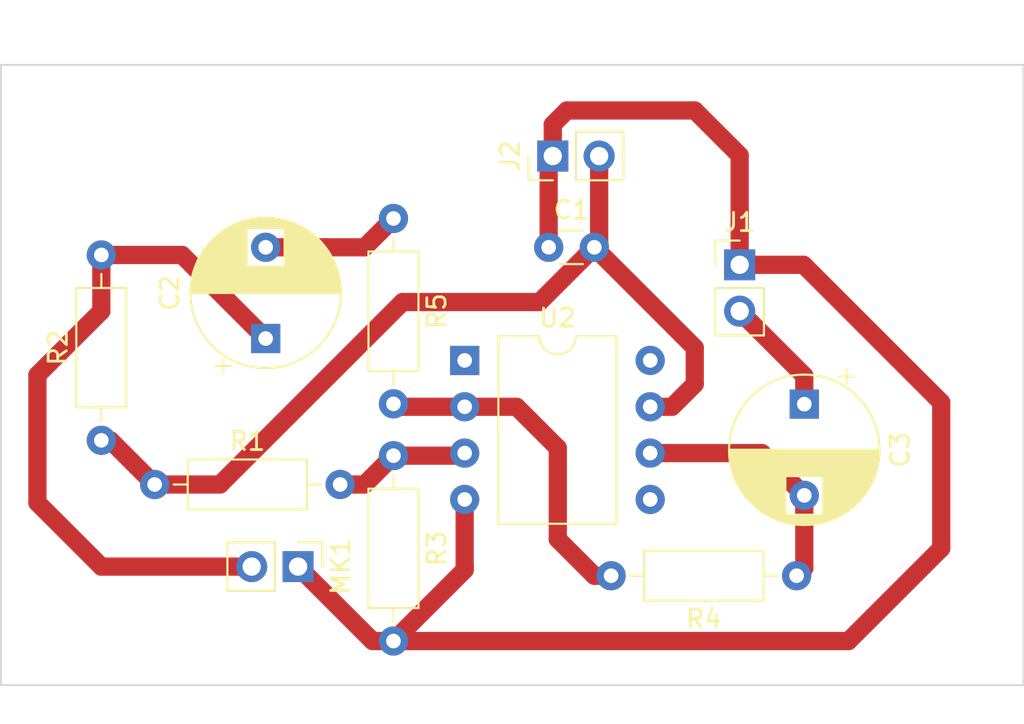
<source format=kicad_pcb>
(kicad_pcb (version 20240108) (generator "pcbnew") (generator_version "8.0")
  (title_block (title "Vulcan microphone") (date "2024-04-25") (rev "v01"))
  (layers (0 "F.Cu" signal) (31 "B.Cu" signal) (34 "B.Paste" user) (35 "F.Paste" user) (36 "B.SilkS" user "B.Silkscreen") (37 "F.SilkS" user "F.Silkscreen") (38 "B.Mask" user) (39 "F.Mask" user) (44 "Edge.Cuts" user))
  (net 0 "")
  (net 1 "GND")
  (net 2 "Net-(MK1-+)")
  (net 3 "Net-(C2-Pad2)")
  (net 4 "Net-(J1-Pin_2)")
  (net 5 "Net-(C3-Pad2)")
  (net 6 "Net-(R1-Pad2)")
  (net 7 "Net-(R4-Pad2)")
  (net 10 "+5V")
  (footprint "Resistor_THT:R_Axial_DIN0207_L6.3mm_D2.5mm_P10.16mm_Horizontal" (layer "F.Cu") (at 151.5 88.92 -90)
    (property "Reference" "R5" (at 5.08 -2.37 90) (layer "F.SilkS"))
    (property "Value" "1K")
    (fp_line (start 1.81 1.37) (end 8.35 1.37) (stroke (width 0.12)) (layer "F.SilkS"))
    (fp_line (start 8.35 1.37) (end 8.35 -1.37) (stroke (width 0.12)) (layer "F.SilkS"))
    (fp_line (start 1.04 0) (end 1.81 0) (stroke (width 0.12)) (layer "F.SilkS"))
    (fp_line (start 9.12 0) (end 8.35 0) (stroke (width 0.12)) (layer "F.SilkS"))
    (fp_line (start 1.81 -1.37) (end 1.81 1.37) (stroke (width 0.12)) (layer "F.SilkS"))
    (fp_line (start 8.35 -1.37) (end 1.81 -1.37) (stroke (width 0.12)) (layer "F.SilkS"))
    (pad "1" thru_hole circle (at 0 0 270) (size 1.6 1.6) (drill 0.8) (layers "*.Cu" "*.Mask") (net 3 "Net-(C2-Pad2)"))
    (pad "2" thru_hole oval (at 10.16 0 270) (size 1.6 1.6) (drill 0.8) (layers "*.Cu" "*.Mask") (net 7 "Net-(R4-Pad2)"))
  )
  (footprint "Connector_PinHeader_2.54mm:PinHeader_1x02_P2.54mm_Vertical" (layer "F.Cu") (at 146.275 108 -90)
    (property "Reference" "MK1" (at 0 -2.33 90) (layer "F.SilkS"))
    (property "Value" "Microphone_Condenser")
    (fp_line (start -1.33 3.87) (end 1.33 3.87) (stroke (width 0.12)) (layer "F.SilkS"))
    (fp_line (start -1.33 1.27) (end -1.33 3.87) (stroke (width 0.12)) (layer "F.SilkS"))
    (fp_line (start -1.33 1.27) (end 1.33 1.27) (stroke (width 0.12)) (layer "F.SilkS"))
    (fp_line (start 1.33 1.27) (end 1.33 3.87) (stroke (width 0.12)) (layer "F.SilkS"))
    (fp_line (start -1.33 0) (end -1.33 -1.33) (stroke (width 0.12)) (layer "F.SilkS"))
    (fp_line (start -1.33 -1.33) (end 0 -1.33) (stroke (width 0.12)) (layer "F.SilkS"))
    (pad "1" thru_hole rect (at 0 0 270) (size 1.7 1.7) (drill 1) (layers "*.Cu" "*.Mask") (net 1 "GND"))
    (pad "2" thru_hole oval (at 0 2.54 270) (size 1.7 1.7) (drill 1) (layers "*.Cu" "*.Mask") (net 2 "Net-(MK1-+)"))
  )
  (footprint "Connector_PinHeader_2.54mm:PinHeader_1x02_P2.54mm_Vertical" (layer "F.Cu") (at 170.46 91.46)
    (property "Reference" "J1" (at 0 -2.33 0) (layer "F.SilkS"))
    (property "Value" "Screw_Terminal_01x02")
    (fp_line (start -1.33 -1.33) (end 0 -1.33) (stroke (width 0.12)) (layer "F.SilkS"))
    (fp_line (start -1.33 0) (end -1.33 -1.33) (stroke (width 0.12)) (layer "F.SilkS"))
    (fp_line (start -1.33 1.27) (end -1.33 3.87) (stroke (width 0.12)) (layer "F.SilkS"))
    (fp_line (start -1.33 1.27) (end 1.33 1.27) (stroke (width 0.12)) (layer "F.SilkS"))
    (fp_line (start -1.33 3.87) (end 1.33 3.87) (stroke (width 0.12)) (layer "F.SilkS"))
    (fp_line (start 1.33 1.27) (end 1.33 3.87) (stroke (width 0.12)) (layer "F.SilkS"))
    (pad "1" thru_hole rect (at 0 0) (size 1.7 1.7) (drill 1) (layers "*.Cu" "*.Mask") (net 1 "GND"))
    (pad "2" thru_hole oval (at 0 2.54) (size 1.7 1.7) (drill 1) (layers "*.Cu" "*.Mask") (net 4 "Net-(J1-Pin_2)"))
  )
  (footprint "Capacitor_THT:CP_Radial_D8.0mm_P5.00mm" (layer "F.Cu") (at 144.5 95.5 90)
    (property "Reference" "C2" (at 2.5 -5.25 -90) (layer "F.SilkS"))
    (property "Value" "10uF")
    (fp_line (start 2.58 -4.08) (end 2.58 4.08) (stroke (width 0.12)) (layer "F.SilkS"))
    (fp_line (start 2.54 -4.08) (end 2.54 4.08) (stroke (width 0.12)) (layer "F.SilkS"))
    (fp_line (start 2.5 -4.08) (end 2.5 4.08) (stroke (width 0.12)) (layer "F.SilkS"))
    (fp_line (start 2.62 -4.079) (end 2.62 4.079) (stroke (width 0.12)) (layer "F.SilkS"))
    (fp_line (start 2.66 -4.077) (end 2.66 4.077) (stroke (width 0.12)) (layer "F.SilkS"))
    (fp_line (start 2.7 -4.076) (end 2.7 4.076) (stroke (width 0.12)) (layer "F.SilkS"))
    (fp_line (start 2.74 -4.074) (end 2.74 4.074) (stroke (width 0.12)) (layer "F.SilkS"))
    (fp_line (start 2.78 -4.071) (end 2.78 4.071) (stroke (width 0.12)) (layer "F.SilkS"))
    (fp_line (start 2.82 -4.068) (end 2.82 4.068) (stroke (width 0.12)) (layer "F.SilkS"))
    (fp_line (start 2.86 -4.065) (end 2.86 4.065) (stroke (width 0.12)) (layer "F.SilkS"))
    (fp_line (start 2.9 -4.061) (end 2.9 4.061) (stroke (width 0.12)) (layer "F.SilkS"))
    (fp_line (start 2.94 -4.057) (end 2.94 4.057) (stroke (width 0.12)) (layer "F.SilkS"))
    (fp_line (start 2.98 -4.052) (end 2.98 4.052) (stroke (width 0.12)) (layer "F.SilkS"))
    (fp_line (start 3.02 -4.048) (end 3.02 4.048) (stroke (width 0.12)) (layer "F.SilkS"))
    (fp_line (start 3.06 -4.042) (end 3.06 4.042) (stroke (width 0.12)) (layer "F.SilkS"))
    (fp_line (start 3.1 -4.037) (end 3.1 4.037) (stroke (width 0.12)) (layer "F.SilkS"))
    (fp_line (start 3.14 -4.03) (end 3.14 4.03) (stroke (width 0.12)) (layer "F.SilkS"))
    (fp_line (start 3.18 -4.024) (end 3.18 4.024) (stroke (width 0.12)) (layer "F.SilkS"))
    (fp_line (start 3.221 -4.017) (end 3.221 4.017) (stroke (width 0.12)) (layer "F.SilkS"))
    (fp_line (start 3.261 -4.01) (end 3.261 4.01) (stroke (width 0.12)) (layer "F.SilkS"))
    (fp_line (start 3.301 -4.002) (end 3.301 4.002) (stroke (width 0.12)) (layer "F.SilkS"))
    (fp_line (start 3.341 -3.994) (end 3.341 3.994) (stroke (width 0.12)) (layer "F.SilkS"))
    (fp_line (start 3.381 -3.985) (end 3.381 3.985) (stroke (width 0.12)) (layer "F.SilkS"))
    (fp_line (start 3.421 -3.976) (end 3.421 3.976) (stroke (width 0.12)) (layer "F.SilkS"))
    (fp_line (start 3.461 -3.967) (end 3.461 3.967) (stroke (width 0.12)) (layer "F.SilkS"))
    (fp_line (start 3.501 -3.957) (end 3.501 3.957) (stroke (width 0.12)) (layer "F.SilkS"))
    (fp_line (start 3.541 -3.947) (end 3.541 3.947) (stroke (width 0.12)) (layer "F.SilkS"))
    (fp_line (start 3.581 -3.936) (end 3.581 3.936) (stroke (width 0.12)) (layer "F.SilkS"))
    (fp_line (start 3.621 -3.925) (end 3.621 3.925) (stroke (width 0.12)) (layer "F.SilkS"))
    (fp_line (start 3.661 -3.914) (end 3.661 3.914) (stroke (width 0.12)) (layer "F.SilkS"))
    (fp_line (start 3.701 -3.902) (end 3.701 3.902) (stroke (width 0.12)) (layer "F.SilkS"))
    (fp_line (start 3.741 -3.889) (end 3.741 3.889) (stroke (width 0.12)) (layer "F.SilkS"))
    (fp_line (start 3.781 -3.877) (end 3.781 3.877) (stroke (width 0.12)) (layer "F.SilkS"))
    (fp_line (start 3.821 -3.863) (end 3.821 3.863) (stroke (width 0.12)) (layer "F.SilkS"))
    (fp_line (start 3.861 -3.85) (end 3.861 3.85) (stroke (width 0.12)) (layer "F.SilkS"))
    (fp_line (start 3.901 -3.835) (end 3.901 3.835) (stroke (width 0.12)) (layer "F.SilkS"))
    (fp_line (start 3.941 -3.821) (end 3.941 3.821) (stroke (width 0.12)) (layer "F.SilkS"))
    (fp_line (start 3.981 -3.805) (end 3.981 -1.04) (stroke (width 0.12)) (layer "F.SilkS"))
    (fp_line (start 4.021 -3.79) (end 4.021 -1.04) (stroke (width 0.12)) (layer "F.SilkS"))
    (fp_line (start 4.061 -3.774) (end 4.061 -1.04) (stroke (width 0.12)) (layer "F.SilkS"))
    (fp_line (start 4.101 -3.757) (end 4.101 -1.04) (stroke (width 0.12)) (layer "F.SilkS"))
    (fp_line (start 4.141 -3.74) (end 4.141 -1.04) (stroke (width 0.12)) (layer "F.SilkS"))
    (fp_line (start 4.181 -3.722) (end 4.181 -1.04) (stroke (width 0.12)) (layer "F.SilkS"))
    (fp_line (start 4.221 -3.704) (end 4.221 -1.04) (stroke (width 0.12)) (layer "F.SilkS"))
    (fp_line (start 4.261 -3.686) (end 4.261 -1.04) (stroke (width 0.12)) (layer "F.SilkS"))
    (fp_line (start 4.301 -3.666) (end 4.301 -1.04) (stroke (width 0.12)) (layer "F.SilkS"))
    (fp_line (start 4.341 -3.647) (end 4.341 -1.04) (stroke (width 0.12)) (layer "F.SilkS"))
    (fp_line (start 4.381 -3.627) (end 4.381 -1.04) (stroke (width 0.12)) (layer "F.SilkS"))
    (fp_line (start 4.421 -3.606) (end 4.421 -1.04) (stroke (width 0.12)) (layer "F.SilkS"))
    (fp_line (start 4.461 -3.584) (end 4.461 -1.04) (stroke (width 0.12)) (layer "F.SilkS"))
    (fp_line (start 4.501 -3.562) (end 4.501 -1.04) (stroke (width 0.12)) (layer "F.SilkS"))
    (fp_line (start 4.541 -3.54) (end 4.541 -1.04) (stroke (width 0.12)) (layer "F.SilkS"))
    (fp_line (start 4.581 -3.517) (end 4.581 -1.04) (stroke (width 0.12)) (layer "F.SilkS"))
    (fp_line (start 4.621 -3.493) (end 4.621 -1.04) (stroke (width 0.12)) (layer "F.SilkS"))
    (fp_line (start 4.661 -3.469) (end 4.661 -1.04) (stroke (width 0.12)) (layer "F.SilkS"))
    (fp_line (start 4.701 -3.444) (end 4.701 -1.04) (stroke (width 0.12)) (layer "F.SilkS"))
    (fp_line (start 4.741 -3.418) (end 4.741 -1.04) (stroke (width 0.12)) (layer "F.SilkS"))
    (fp_line (start 4.781 -3.392) (end 4.781 -1.04) (stroke (width 0.12)) (layer "F.SilkS"))
    (fp_line (start 4.821 -3.365) (end 4.821 -1.04) (stroke (width 0.12)) (layer "F.SilkS"))
    (fp_line (start 4.861 -3.338) (end 4.861 -1.04) (stroke (width 0.12)) (layer "F.SilkS"))
    (fp_line (start 4.901 -3.309) (end 4.901 -1.04) (stroke (width 0.12)) (layer "F.SilkS"))
    (fp_line (start 4.941 -3.28) (end 4.941 -1.04) (stroke (width 0.12)) (layer "F.SilkS"))
    (fp_line (start 4.981 -3.25) (end 4.981 -1.04) (stroke (width 0.12)) (layer "F.SilkS"))
    (fp_line (start 5.021 -3.22) (end 5.021 -1.04) (stroke (width 0.12)) (layer "F.SilkS"))
    (fp_line (start 5.061 -3.189) (end 5.061 -1.04) (stroke (width 0.12)) (layer "F.SilkS"))
    (fp_line (start 5.101 -3.156) (end 5.101 -1.04) (stroke (width 0.12)) (layer "F.SilkS"))
    (fp_line (start 5.141 -3.124) (end 5.141 -1.04) (stroke (width 0.12)) (layer "F.SilkS"))
    (fp_line (start 5.181 -3.09) (end 5.181 -1.04) (stroke (width 0.12)) (layer "F.SilkS"))
    (fp_line (start 5.221 -3.055) (end 5.221 -1.04) (stroke (width 0.12)) (layer "F.SilkS"))
    (fp_line (start 5.261 -3.019) (end 5.261 -1.04) (stroke (width 0.12)) (layer "F.SilkS"))
    (fp_line (start 5.301 -2.983) (end 5.301 -1.04) (stroke (width 0.12)) (layer "F.SilkS"))
    (fp_line (start 5.341 -2.945) (end 5.341 -1.04) (stroke (width 0.12)) (layer "F.SilkS"))
    (fp_line (start 5.381 -2.907) (end 5.381 -1.04) (stroke (width 0.12)) (layer "F.SilkS"))
    (fp_line (start 5.421 -2.867) (end 5.421 -1.04) (stroke (width 0.12)) (layer "F.SilkS"))
    (fp_line (start 5.461 -2.826) (end 5.461 -1.04) (stroke (width 0.12)) (layer "F.SilkS"))
    (fp_line (start 5.501 -2.784) (end 5.501 -1.04) (stroke (width 0.12)) (layer "F.SilkS"))
    (fp_line (start 5.541 -2.741) (end 5.541 -1.04) (stroke (width 0.12)) (layer "F.SilkS"))
    (fp_line (start -1.509698 -2.715) (end -1.509698 -1.915) (stroke (width 0.12)) (layer "F.SilkS"))
    (fp_line (start 5.581 -2.697) (end 5.581 -1.04) (stroke (width 0.12)) (layer "F.SilkS"))
    (fp_line (start 5.621 -2.651) (end 5.621 -1.04) (stroke (width 0.12)) (layer "F.SilkS"))
    (fp_line (start 5.661 -2.604) (end 5.661 -1.04) (stroke (width 0.12)) (layer "F.SilkS"))
    (fp_line (start 5.701 -2.556) (end 5.701 -1.04) (stroke (width 0.12)) (layer "F.SilkS"))
    (fp_line (start 5.741 -2.505) (end 5.741 -1.04) (stroke (width 0.12)) (layer "F.SilkS"))
    (fp_line (start 5.781 -2.454) (end 5.781 -1.04) (stroke (width 0.12)) (layer "F.SilkS"))
    (fp_line (start 5.821 -2.4) (end 5.821 -1.04) (stroke (width 0.12)) (layer "F.SilkS"))
    (fp_line (start 5.861 -2.345) (end 5.861 -1.04) (stroke (width 0.12)) (layer "F.SilkS"))
    (fp_line (start -1.909698 -2.315) (end -1.109698 -2.315) (stroke (width 0.12)) (layer "F.SilkS"))
    (fp_line (start 5.901 -2.287) (end 5.901 -1.04) (stroke (width 0.12)) (layer "F.SilkS"))
    (fp_line (start 5.941 -2.228) (end 5.941 -1.04) (stroke (width 0.12)) (layer "F.SilkS"))
    (fp_line (start 5.981 -2.166) (end 5.981 -1.04) (stroke (width 0.12)) (layer "F.SilkS"))
    (fp_line (start 6.021 -2.102) (end 6.021 -1.04) (stroke (width 0.12)) (layer "F.SilkS"))
    (fp_line (start 6.061 -2.034) (end 6.061 2.034) (stroke (width 0.12)) (layer "F.SilkS"))
    (fp_line (start 6.101 -1.964) (end 6.101 1.964) (stroke (width 0.12)) (layer "F.SilkS"))
    (fp_line (start 6.141 -1.89) (end 6.141 1.89) (stroke (width 0.12)) (layer "F.SilkS"))
    (fp_line (start 6.181 -1.813) (end 6.181 1.813) (stroke (width 0.12)) (layer "F.SilkS"))
    (fp_line (start 6.221 -1.731) (end 6.221 1.731) (stroke (width 0.12)) (layer "F.SilkS"))
    (fp_line (start 6.261 -1.645) (end 6.261 1.645) (stroke (width 0.12)) (layer "F.SilkS"))
    (fp_line (start 6.301 -1.552) (end 6.301 1.552) (stroke (width 0.12)) (layer "F.SilkS"))
    (fp_line (start 6.341 -1.453) (end 6.341 1.453) (stroke (width 0.12)) (layer "F.SilkS"))
    (fp_line (start 6.381 -1.346) (end 6.381 1.346) (stroke (width 0.12)) (layer "F.SilkS"))
    (fp_line (start 6.421 -1.229) (end 6.421 1.229) (stroke (width 0.12)) (layer "F.SilkS"))
    (fp_line (start 6.461 -1.098) (end 6.461 1.098) (stroke (width 0.12)) (layer "F.SilkS"))
    (fp_line (start 6.501 -0.948) (end 6.501 0.948) (stroke (width 0.12)) (layer "F.SilkS"))
    (fp_line (start 6.541 -0.768) (end 6.541 0.768) (stroke (width 0.12)) (layer "F.SilkS"))
    (fp_line (start 6.581 -0.533) (end 6.581 0.533) (stroke (width 0.12)) (layer "F.SilkS"))
    (fp_line (start 6.021 1.04) (end 6.021 2.102) (stroke (width 0.12)) (layer "F.SilkS"))
    (fp_line (start 5.981 1.04) (end 5.981 2.166) (stroke (width 0.12)) (layer "F.SilkS"))
    (fp_line (start 5.941 1.04) (end 5.941 2.228) (stroke (width 0.12)) (layer "F.SilkS"))
    (fp_line (start 5.901 1.04) (end 5.901 2.287) (stroke (width 0.12)) (layer "F.SilkS"))
    (fp_line (start 5.861 1.04) (end 5.861 2.345) (stroke (width 0.12)) (layer "F.SilkS"))
    (fp_line (start 5.821 1.04) (end 5.821 2.4) (stroke (width 0.12)) (layer "F.SilkS"))
    (fp_line (start 5.781 1.04) (end 5.781 2.454) (stroke (width 0.12)) (layer "F.SilkS"))
    (fp_line (start 5.741 1.04) (end 5.741 2.505) (stroke (width 0.12)) (layer "F.SilkS"))
    (fp_line (start 5.701 1.04) (end 5.701 2.556) (stroke (width 0.12)) (layer "F.SilkS"))
    (fp_line (start 5.661 1.04) (end 5.661 2.604) (stroke (width 0.12)) (layer "F.SilkS"))
    (fp_line (start 5.621 1.04) (end 5.621 2.651) (stroke (width 0.12)) (layer "F.SilkS"))
    (fp_line (start 5.581 1.04) (end 5.581 2.697) (stroke (width 0.12)) (layer "F.SilkS"))
    (fp_line (start 5.541 1.04) (end 5.541 2.741) (stroke (width 0.12)) (layer "F.SilkS"))
    (fp_line (start 5.501 1.04) (end 5.501 2.784) (stroke (width 0.12)) (layer "F.SilkS"))
    (fp_line (start 5.461 1.04) (end 5.461 2.826) (stroke (width 0.12)) (layer "F.SilkS"))
    (fp_line (start 5.421 1.04) (end 5.421 2.867) (stroke (width 0.12)) (layer "F.SilkS"))
    (fp_line (start 5.381 1.04) (end 5.381 2.907) (stroke (width 0.12)) (layer "F.SilkS"))
    (fp_line (start 5.341 1.04) (end 5.341 2.945) (stroke (width 0.12)) (layer "F.SilkS"))
    (fp_line (start 5.301 1.04) (end 5.301 2.983) (stroke (width 0.12)) (layer "F.SilkS"))
    (fp_line (start 5.261 1.04) (end 5.261 3.019) (stroke (width 0.12)) (layer "F.SilkS"))
    (fp_line (start 5.221 1.04) (end 5.221 3.055) (stroke (width 0.12)) (layer "F.SilkS"))
    (fp_line (start 5.181 1.04) (end 5.181 3.09) (stroke (width 0.12)) (layer "F.SilkS"))
    (fp_line (start 5.141 1.04) (end 5.141 3.124) (stroke (width 0.12)) (layer "F.SilkS"))
    (fp_line (start 5.101 1.04) (end 5.101 3.156) (stroke (width 0.12)) (layer "F.SilkS"))
    (fp_line (start 5.061 1.04) (end 5.061 3.189) (stroke (width 0.12)) (layer "F.SilkS"))
    (fp_line (start 5.021 1.04) (end 5.021 3.22) (stroke (width 0.12)) (layer "F.SilkS"))
    (fp_line (start 4.981 1.04) (end 4.981 3.25) (stroke (width 0.12)) (layer "F.SilkS"))
    (fp_line (start 4.941 1.04) (end 4.941 3.28) (stroke (width 0.12)) (layer "F.SilkS"))
    (fp_line (start 4.901 1.04) (end 4.901 3.309) (stroke (width 0.12)) (layer "F.SilkS"))
    (fp_line (start 4.861 1.04) (end 4.861 3.338) (stroke (width 0.12)) (layer "F.SilkS"))
    (fp_line (start 4.821 1.04) (end 4.821 3.365) (stroke (width 0.12)) (layer "F.SilkS"))
    (fp_line (start 4.781 1.04) (end 4.781 3.392) (stroke (width 0.12)) (layer "F.SilkS"))
    (fp_line (start 4.741 1.04) (end 4.741 3.418) (stroke (width 0.12)) (layer "F.SilkS"))
    (fp_line (start 4.701 1.04) (end 4.701 3.444) (stroke (width 0.12)) (layer "F.SilkS"))
    (fp_line (start 4.661 1.04) (end 4.661 3.469) (stroke (width 0.12)) (layer "F.SilkS"))
    (fp_line (start 4.621 1.04) (end 4.621 3.493) (stroke (width 0.12)) (layer "F.SilkS"))
    (fp_line (start 4.581 1.04) (end 4.581 3.517) (stroke (width 0.12)) (layer "F.SilkS"))
    (fp_line (start 4.541 1.04) (end 4.541 3.54) (stroke (width 0.12)) (layer "F.SilkS"))
    (fp_line (start 4.501 1.04) (end 4.501 3.562) (stroke (width 0.12)) (layer "F.SilkS"))
    (fp_line (start 4.461 1.04) (end 4.461 3.584) (stroke (width 0.12)) (layer "F.SilkS"))
    (fp_line (start 4.421 1.04) (end 4.421 3.606) (stroke (width 0.12)) (layer "F.SilkS"))
    (fp_line (start 4.381 1.04) (end 4.381 3.627) (stroke (width 0.12)) (layer "F.SilkS"))
    (fp_line (start 4.341 1.04) (end 4.341 3.647) (stroke (width 0.12)) (layer "F.SilkS"))
    (fp_line (start 4.301 1.04) (end 4.301 3.666) (stroke (width 0.12)) (layer "F.SilkS"))
    (fp_line (start 4.261 1.04) (end 4.261 3.686) (stroke (width 0.12)) (layer "F.SilkS"))
    (fp_line (start 4.221 1.04) (end 4.221 3.704) (stroke (width 0.12)) (layer "F.SilkS"))
    (fp_line (start 4.181 1.04) (end 4.181 3.722) (stroke (width 0.12)) (layer "F.SilkS"))
    (fp_line (start 4.141 1.04) (end 4.141 3.74) (stroke (width 0.12)) (layer "F.SilkS"))
    (fp_line (start 4.101 1.04) (end 4.101 3.757) (stroke (width 0.12)) (layer "F.SilkS"))
    (fp_line (start 4.061 1.04) (end 4.061 3.774) (stroke (width 0.12)) (layer "F.SilkS"))
    (fp_line (start 4.021 1.04) (end 4.021 3.79) (stroke (width 0.12)) (layer "F.SilkS"))
    (fp_line (start 3.981 1.04) (end 3.981 3.805) (stroke (width 0.12)) (layer "F.SilkS"))
    (fp_circle (center 2.5 0) (end 6.62 0) (stroke (width 0.12)) (fill none) (layer "F.SilkS"))
    (pad "1" thru_hole rect (at 0 0 90) (size 1.6 1.6) (drill 0.8) (layers "*.Cu" "*.Mask") (net 2 "Net-(MK1-+)"))
    (pad "2" thru_hole circle (at 5 0 90) (size 1.6 1.6) (drill 0.8) (layers "*.Cu" "*.Mask") (net 3 "Net-(C2-Pad2)"))
  )
  (footprint "Connector_PinHeader_2.54mm:PinHeader_1x02_P2.54mm_Vertical" (layer "F.Cu") (at 160.225 85.5 90)
    (property "Reference" "J2" (at 0 -2.33 -90) (layer "F.SilkS"))
    (property "Value" "Screw_Terminal_01x02")
    (fp_line (start -1.33 -1.33) (end 0 -1.33) (stroke (width 0.12)) (layer "F.SilkS"))
    (fp_line (start -1.33 0) (end -1.33 -1.33) (stroke (width 0.12)) (layer "F.SilkS"))
    (fp_line (start 1.33 1.27) (end 1.33 3.87) (stroke (width 0.12)) (layer "F.SilkS"))
    (fp_line (start -1.33 1.27) (end 1.33 1.27) (stroke (width 0.12)) (layer "F.SilkS"))
    (fp_line (start -1.33 1.27) (end -1.33 3.87) (stroke (width 0.12)) (layer "F.SilkS"))
    (fp_line (start -1.33 3.87) (end 1.33 3.87) (stroke (width 0.12)) (layer "F.SilkS"))
    (pad "1" thru_hole rect (at 0 0 90) (size 1.7 1.7) (drill 1) (layers "*.Cu" "*.Mask") (net 1 "GND"))
    (pad "2" thru_hole oval (at 0 2.54 90) (size 1.7 1.7) (drill 1) (layers "*.Cu" "*.Mask") (net 10 "+5V"))
  )
  (footprint "Resistor_THT:R_Axial_DIN0207_L6.3mm_D2.5mm_P10.16mm_Horizontal" (layer "F.Cu") (at 135.5 101.08 90)
    (property "Reference" "R2" (at 5.08 -2.37 -90) (layer "F.SilkS"))
    (property "Value" "10K")
    (fp_line (start 8.35 -1.37) (end 1.81 -1.37) (stroke (width 0.12)) (layer "F.SilkS"))
    (fp_line (start 1.81 -1.37) (end 1.81 1.37) (stroke (width 0.12)) (layer "F.SilkS"))
    (fp_line (start 9.12 0) (end 8.35 0) (stroke (width 0.12)) (layer "F.SilkS"))
    (fp_line (start 1.04 0) (end 1.81 0) (stroke (width 0.12)) (layer "F.SilkS"))
    (fp_line (start 8.35 1.37) (end 8.35 -1.37) (stroke (width 0.12)) (layer "F.SilkS"))
    (fp_line (start 1.81 1.37) (end 8.35 1.37) (stroke (width 0.12)) (layer "F.SilkS"))
    (pad "1" thru_hole circle (at 0 0 90) (size 1.6 1.6) (drill 0.8) (layers "*.Cu" "*.Mask") (net 10 "+5V"))
    (pad "2" thru_hole oval (at 10.16 0 90) (size 1.6 1.6) (drill 0.8) (layers "*.Cu" "*.Mask") (net 2 "Net-(MK1-+)"))
  )
  (footprint "Resistor_THT:R_Axial_DIN0207_L6.3mm_D2.5mm_P10.16mm_Horizontal" (layer "F.Cu") (at 138.42 103.5)
    (property "Reference" "R1" (at 5.08 -2.37 0) (layer "F.SilkS"))
    (property "Value" "10K")
    (fp_line (start 1.04 0) (end 1.81 0) (stroke (width 0.12)) (layer "F.SilkS"))
    (fp_line (start 1.81 -1.37) (end 1.81 1.37) (stroke (width 0.12)) (layer "F.SilkS"))
    (fp_line (start 1.81 1.37) (end 8.35 1.37) (stroke (width 0.12)) (layer "F.SilkS"))
    (fp_line (start 8.35 -1.37) (end 1.81 -1.37) (stroke (width 0.12)) (layer "F.SilkS"))
    (fp_line (start 8.35 1.37) (end 8.35 -1.37) (stroke (width 0.12)) (layer "F.SilkS"))
    (fp_line (start 9.12 0) (end 8.35 0) (stroke (width 0.12)) (layer "F.SilkS"))
    (pad "1" thru_hole circle (at 0 0) (size 1.6 1.6) (drill 0.8) (layers "*.Cu" "*.Mask") (net 10 "+5V"))
    (pad "2" thru_hole oval (at 10.16 0) (size 1.6 1.6) (drill 0.8) (layers "*.Cu" "*.Mask") (net 6 "Net-(R1-Pad2)"))
  )
  (footprint "Capacitor_THT:CP_Radial_D8.0mm_P5.00mm" (layer "F.Cu") (at 174 99.097349 -90)
    (property "Reference" "C3" (at 2.5 -5.25 90) (layer "F.SilkS"))
    (property "Value" "8uF")
    (fp_line (start 3.981 1.04) (end 3.981 3.805) (stroke (width 0.12)) (layer "F.SilkS"))
    (fp_line (start 4.021 1.04) (end 4.021 3.79) (stroke (width 0.12)) (layer "F.SilkS"))
    (fp_line (start 4.061 1.04) (end 4.061 3.774) (stroke (width 0.12)) (layer "F.SilkS"))
    (fp_line (start 4.101 1.04) (end 4.101 3.757) (stroke (width 0.12)) (layer "F.SilkS"))
    (fp_line (start 4.141 1.04) (end 4.141 3.74) (stroke (width 0.12)) (layer "F.SilkS"))
    (fp_line (start 4.181 1.04) (end 4.181 3.722) (stroke (width 0.12)) (layer "F.SilkS"))
    (fp_line (start 4.221 1.04) (end 4.221 3.704) (stroke (width 0.12)) (layer "F.SilkS"))
    (fp_line (start 4.261 1.04) (end 4.261 3.686) (stroke (width 0.12)) (layer "F.SilkS"))
    (fp_line (start 4.301 1.04) (end 4.301 3.666) (stroke (width 0.12)) (layer "F.SilkS"))
    (fp_line (start 4.341 1.04) (end 4.341 3.647) (stroke (width 0.12)) (layer "F.SilkS"))
    (fp_line (start 4.381 1.04) (end 4.381 3.627) (stroke (width 0.12)) (layer "F.SilkS"))
    (fp_line (start 4.421 1.04) (end 4.421 3.606) (stroke (width 0.12)) (layer "F.SilkS"))
    (fp_line (start 4.461 1.04) (end 4.461 3.584) (stroke (width 0.12)) (layer "F.SilkS"))
    (fp_line (start 4.501 1.04) (end 4.501 3.562) (stroke (width 0.12)) (layer "F.SilkS"))
    (fp_line (start 4.541 1.04) (end 4.541 3.54) (stroke (width 0.12)) (layer "F.SilkS"))
    (fp_line (start 4.581 1.04) (end 4.581 3.517) (stroke (width 0.12)) (layer "F.SilkS"))
    (fp_line (start 4.621 1.04) (end 4.621 3.493) (stroke (width 0.12)) (layer "F.SilkS"))
    (fp_line (start 4.661 1.04) (end 4.661 3.469) (stroke (width 0.12)) (layer "F.SilkS"))
    (fp_line (start 4.701 1.04) (end 4.701 3.444) (stroke (width 0.12)) (layer "F.SilkS"))
    (fp_line (start 4.741 1.04) (end 4.741 3.418) (stroke (width 0.12)) (layer "F.SilkS"))
    (fp_line (start 4.781 1.04) (end 4.781 3.392) (stroke (width 0.12)) (layer "F.SilkS"))
    (fp_line (start 4.821 1.04) (end 4.821 3.365) (stroke (width 0.12)) (layer "F.SilkS"))
    (fp_line (start 4.861 1.04) (end 4.861 3.338) (stroke (width 0.12)) (layer "F.SilkS"))
    (fp_line (start 4.901 1.04) (end 4.901 3.309) (stroke (width 0.12)) (layer "F.SilkS"))
    (fp_line (start 4.941 1.04) (end 4.941 3.28) (stroke (width 0.12)) (layer "F.SilkS"))
    (fp_line (start 4.981 1.04) (end 4.981 3.25) (stroke (width 0.12)) (layer "F.SilkS"))
    (fp_line (start 5.021 1.04) (end 5.021 3.22) (stroke (width 0.12)) (layer "F.SilkS"))
    (fp_line (start 5.061 1.04) (end 5.061 3.189) (stroke (width 0.12)) (layer "F.SilkS"))
    (fp_line (start 5.101 1.04) (end 5.101 3.156) (stroke (width 0.12)) (layer "F.SilkS"))
    (fp_line (start 5.141 1.04) (end 5.141 3.124) (stroke (width 0.12)) (layer "F.SilkS"))
    (fp_line (start 5.181 1.04) (end 5.181 3.09) (stroke (width 0.12)) (layer "F.SilkS"))
    (fp_line (start 5.221 1.04) (end 5.221 3.055) (stroke (width 0.12)) (layer "F.SilkS"))
    (fp_line (start 5.261 1.04) (end 5.261 3.019) (stroke (width 0.12)) (layer "F.SilkS"))
    (fp_line (start 5.301 1.04) (end 5.301 2.983) (stroke (width 0.12)) (layer "F.SilkS"))
    (fp_line (start 5.341 1.04) (end 5.341 2.945) (stroke (width 0.12)) (layer "F.SilkS"))
    (fp_line (start 5.381 1.04) (end 5.381 2.907) (stroke (width 0.12)) (layer "F.SilkS"))
    (fp_line (start 5.421 1.04) (end 5.421 2.867) (stroke (width 0.12)) (layer "F.SilkS"))
    (fp_line (start 5.461 1.04) (end 5.461 2.826) (stroke (width 0.12)) (layer "F.SilkS"))
    (fp_line (start 5.501 1.04) (end 5.501 2.784) (stroke (width 0.12)) (layer "F.SilkS"))
    (fp_line (start 5.541 1.04) (end 5.541 2.741) (stroke (width 0.12)) (layer "F.SilkS"))
    (fp_line (start 5.581 1.04) (end 5.581 2.697) (stroke (width 0.12)) (layer "F.SilkS"))
    (fp_line (start 5.621 1.04) (end 5.621 2.651) (stroke (width 0.12)) (layer "F.SilkS"))
    (fp_line (start 5.661 1.04) (end 5.661 2.604) (stroke (width 0.12)) (layer "F.SilkS"))
    (fp_line (start 5.701 1.04) (end 5.701 2.556) (stroke (width 0.12)) (layer "F.SilkS"))
    (fp_line (start 5.741 1.04) (end 5.741 2.505) (stroke (width 0.12)) (layer "F.SilkS"))
    (fp_line (start 5.781 1.04) (end 5.781 2.454) (stroke (width 0.12)) (layer "F.SilkS"))
    (fp_line (start 5.821 1.04) (end 5.821 2.4) (stroke (width 0.12)) (layer "F.SilkS"))
    (fp_line (start 5.861 1.04) (end 5.861 2.345) (stroke (width 0.12)) (layer "F.SilkS"))
    (fp_line (start 5.901 1.04) (end 5.901 2.287) (stroke (width 0.12)) (layer "F.SilkS"))
    (fp_line (start 5.941 1.04) (end 5.941 2.228) (stroke (width 0.12)) (layer "F.SilkS"))
    (fp_line (start 5.981 1.04) (end 5.981 2.166) (stroke (width 0.12)) (layer "F.SilkS"))
    (fp_line (start 6.021 1.04) (end 6.021 2.102) (stroke (width 0.12)) (layer "F.SilkS"))
    (fp_line (start 6.581 -0.533) (end 6.581 0.533) (stroke (width 0.12)) (layer "F.SilkS"))
    (fp_line (start 6.541 -0.768) (end 6.541 0.768) (stroke (width 0.12)) (layer "F.SilkS"))
    (fp_line (start 6.501 -0.948) (end 6.501 0.948) (stroke (width 0.12)) (layer "F.SilkS"))
    (fp_line (start 6.461 -1.098) (end 6.461 1.098) (stroke (width 0.12)) (layer "F.SilkS"))
    (fp_line (start 6.421 -1.229) (end 6.421 1.229) (stroke (width 0.12)) (layer "F.SilkS"))
    (fp_line (start 6.381 -1.346) (end 6.381 1.346) (stroke (width 0.12)) (layer "F.SilkS"))
    (fp_line (start 6.341 -1.453) (end 6.341 1.453) (stroke (width 0.12)) (layer "F.SilkS"))
    (fp_line (start 6.301 -1.552) (end 6.301 1.552) (stroke (width 0.12)) (layer "F.SilkS"))
    (fp_line (start 6.261 -1.645) (end 6.261 1.645) (stroke (width 0.12)) (layer "F.SilkS"))
    (fp_line (start 6.221 -1.731) (end 6.221 1.731) (stroke (width 0.12)) (layer "F.SilkS"))
    (fp_line (start 6.181 -1.813) (end 6.181 1.813) (stroke (width 0.12)) (layer "F.SilkS"))
    (fp_line (start 6.141 -1.89) (end 6.141 1.89) (stroke (width 0.12)) (layer "F.SilkS"))
    (fp_line (start 6.101 -1.964) (end 6.101 1.964) (stroke (width 0.12)) (layer "F.SilkS"))
    (fp_line (start 6.061 -2.034) (end 6.061 2.034) (stroke (width 0.12)) (layer "F.SilkS"))
    (fp_line (start 6.021 -2.102) (end 6.021 -1.04) (stroke (width 0.12)) (layer "F.SilkS"))
    (fp_line (start 5.981 -2.166) (end 5.981 -1.04) (stroke (width 0.12)) (layer "F.SilkS"))
    (fp_line (start 5.941 -2.228) (end 5.941 -1.04) (stroke (width 0.12)) (layer "F.SilkS"))
    (fp_line (start 5.901 -2.287) (end 5.901 -1.04) (stroke (width 0.12)) (layer "F.SilkS"))
    (fp_line (start -1.909698 -2.315) (end -1.109698 -2.315) (stroke (width 0.12)) (layer "F.SilkS"))
    (fp_line (start 5.861 -2.345) (end 5.861 -1.04) (stroke (width 0.12)) (layer "F.SilkS"))
    (fp_line (start 5.821 -2.4) (end 5.821 -1.04) (stroke (width 0.12)) (layer "F.SilkS"))
    (fp_line (start 5.781 -2.454) (end 5.781 -1.04) (stroke (width 0.12)) (layer "F.SilkS"))
    (fp_line (start 5.741 -2.505) (end 5.741 -1.04) (stroke (width 0.12)) (layer "F.SilkS"))
    (fp_line (start 5.701 -2.556) (end 5.701 -1.04) (stroke (width 0.12)) (layer "F.SilkS"))
    (fp_line (start 5.661 -2.604) (end 5.661 -1.04) (stroke (width 0.12)) (layer "F.SilkS"))
    (fp_line (start 5.621 -2.651) (end 5.621 -1.04) (stroke (width 0.12)) (layer "F.SilkS"))
    (fp_line (start 5.581 -2.697) (end 5.581 -1.04) (stroke (width 0.12)) (layer "F.SilkS"))
    (fp_line (start -1.509698 -2.715) (end -1.509698 -1.915) (stroke (width 0.12)) (layer "F.SilkS"))
    (fp_line (start 5.541 -2.741) (end 5.541 -1.04) (stroke (width 0.12)) (layer "F.SilkS"))
    (fp_line (start 5.501 -2.784) (end 5.501 -1.04) (stroke (width 0.12)) (layer "F.SilkS"))
    (fp_line (start 5.461 -2.826) (end 5.461 -1.04) (stroke (width 0.12)) (layer "F.SilkS"))
    (fp_line (start 5.421 -2.867) (end 5.421 -1.04) (stroke (width 0.12)) (layer "F.SilkS"))
    (fp_line (start 5.381 -2.907) (end 5.381 -1.04) (stroke (width 0.12)) (layer "F.SilkS"))
    (fp_line (start 5.341 -2.945) (end 5.341 -1.04) (stroke (width 0.12)) (layer "F.SilkS"))
    (fp_line (start 5.301 -2.983) (end 5.301 -1.04) (stroke (width 0.12)) (layer "F.SilkS"))
    (fp_line (start 5.261 -3.019) (end 5.261 -1.04) (stroke (width 0.12)) (layer "F.SilkS"))
    (fp_line (start 5.221 -3.055) (end 5.221 -1.04) (stroke (width 0.12)) (layer "F.SilkS"))
    (fp_line (start 5.181 -3.09) (end 5.181 -1.04) (stroke (width 0.12)) (layer "F.SilkS"))
    (fp_line (start 5.141 -3.124) (end 5.141 -1.04) (stroke (width 0.12)) (layer "F.SilkS"))
    (fp_line (start 5.101 -3.156) (end 5.101 -1.04) (stroke (width 0.12)) (layer "F.SilkS"))
    (fp_line (start 5.061 -3.189) (end 5.061 -1.04) (stroke (width 0.12)) (layer "F.SilkS"))
    (fp_line (start 5.021 -3.22) (end 5.021 -1.04) (stroke (width 0.12)) (layer "F.SilkS"))
    (fp_line (start 4.981 -3.25) (end 4.981 -1.04) (stroke (width 0.12)) (layer "F.SilkS"))
    (fp_line (start 4.941 -3.28) (end 4.941 -1.04) (stroke (width 0.12)) (layer "F.SilkS"))
    (fp_line (start 4.901 -3.309) (end 4.901 -1.04) (stroke (width 0.12)) (layer "F.SilkS"))
    (fp_line (start 4.861 -3.338) (end 4.861 -1.04) (stroke (width 0.12)) (layer "F.SilkS"))
    (fp_line (start 4.821 -3.365) (end 4.821 -1.04) (stroke (width 0.12)) (layer "F.SilkS"))
    (fp_line (start 4.781 -3.392) (end 4.781 -1.04) (stroke (width 0.12)) (layer "F.SilkS"))
    (fp_line (start 4.741 -3.418) (end 4.741 -1.04) (stroke (width 0.12)) (layer "F.SilkS"))
    (fp_line (start 4.701 -3.444) (end 4.701 -1.04) (stroke (width 0.12)) (layer "F.SilkS"))
    (fp_line (start 4.661 -3.469) (end 4.661 -1.04) (stroke (width 0.12)) (layer "F.SilkS"))
    (fp_line (start 4.621 -3.493) (end 4.621 -1.04) (stroke (width 0.12)) (layer "F.SilkS"))
    (fp_line (start 4.581 -3.517) (end 4.581 -1.04) (stroke (width 0.12)) (layer "F.SilkS"))
    (fp_line (start 4.541 -3.54) (end 4.541 -1.04) (stroke (width 0.12)) (layer "F.SilkS"))
    (fp_line (start 4.501 -3.562) (end 4.501 -1.04) (stroke (width 0.12)) (layer "F.SilkS"))
    (fp_line (start 4.461 -3.584) (end 4.461 -1.04) (stroke (width 0.12)) (layer "F.SilkS"))
    (fp_line (start 4.421 -3.606) (end 4.421 -1.04) (stroke (width 0.12)) (layer "F.SilkS"))
    (fp_line (start 4.381 -3.627) (end 4.381 -1.04) (stroke (width 0.12)) (layer "F.SilkS"))
    (fp_line (start 4.341 -3.647) (end 4.341 -1.04) (stroke (width 0.12)) (layer "F.SilkS"))
    (fp_line (start 4.301 -3.666) (end 4.301 -1.04) (stroke (width 0.12)) (layer "F.SilkS"))
    (fp_line (start 4.261 -3.686) (end 4.261 -1.04) (stroke (width 0.12)) (layer "F.SilkS"))
    (fp_line (start 4.221 -3.704) (end 4.221 -1.04) (stroke (width 0.12)) (layer "F.SilkS"))
    (fp_line (start 4.181 -3.722) (end 4.181 -1.04) (stroke (width 0.12)) (layer "F.SilkS"))
    (fp_line (start 4.141 -3.74) (end 4.141 -1.04) (stroke (width 0.12)) (layer "F.SilkS"))
    (fp_line (start 4.101 -3.757) (end 4.101 -1.04) (stroke (width 0.12)) (layer "F.SilkS"))
    (fp_line (start 4.061 -3.774) (end 4.061 -1.04) (stroke (width 0.12)) (layer "F.SilkS"))
    (fp_line (start 4.021 -3.79) (end 4.021 -1.04) (stroke (width 0.12)) (layer "F.SilkS"))
    (fp_line (start 3.981 -3.805) (end 3.981 -1.04) (stroke (width 0.12)) (layer "F.SilkS"))
    (fp_line (start 3.941 -3.821) (end 3.941 3.821) (stroke (width 0.12)) (layer "F.SilkS"))
    (fp_line (start 3.901 -3.835) (end 3.901 3.835) (stroke (width 0.12)) (layer "F.SilkS"))
    (fp_line (start 3.861 -3.85) (end 3.861 3.85) (stroke (width 0.12)) (layer "F.SilkS"))
    (fp_line (start 3.821 -3.863) (end 3.821 3.863) (stroke (width 0.12)) (layer "F.SilkS"))
    (fp_line (start 3.781 -3.877) (end 3.781 3.877) (stroke (width 0.12)) (layer "F.SilkS"))
    (fp_line (start 3.741 -3.889) (end 3.741 3.889) (stroke (width 0.12)) (layer "F.SilkS"))
    (fp_line (start 3.701 -3.902) (end 3.701 3.902) (stroke (width 0.12)) (layer "F.SilkS"))
    (fp_line (start 3.661 -3.914) (end 3.661 3.914) (stroke (width 0.12)) (layer "F.SilkS"))
    (fp_line (start 3.621 -3.925) (end 3.621 3.925) (stroke (width 0.12)) (layer "F.SilkS"))
    (fp_line (start 3.581 -3.936) (end 3.581 3.936) (stroke (width 0.12)) (layer "F.SilkS"))
    (fp_line (start 3.541 -3.947) (end 3.541 3.947) (stroke (width 0.12)) (layer "F.SilkS"))
    (fp_line (start 3.501 -3.957) (end 3.501 3.957) (stroke (width 0.12)) (layer "F.SilkS"))
    (fp_line (start 3.461 -3.967) (end 3.461 3.967) (stroke (width 0.12)) (layer "F.SilkS"))
    (fp_line (start 3.421 -3.976) (end 3.421 3.976) (stroke (width 0.12)) (layer "F.SilkS"))
    (fp_line (start 3.381 -3.985) (end 3.381 3.985) (stroke (width 0.12)) (layer "F.SilkS"))
    (fp_line (start 3.341 -3.994) (end 3.341 3.994) (stroke (width 0.12)) (layer "F.SilkS"))
    (fp_line (start 3.301 -4.002) (end 3.301 4.002) (stroke (width 0.12)) (layer "F.SilkS"))
    (fp_line (start 3.261 -4.01) (end 3.261 4.01) (stroke (width 0.12)) (layer "F.SilkS"))
    (fp_line (start 3.221 -4.017) (end 3.221 4.017) (stroke (width 0.12)) (layer "F.SilkS"))
    (fp_line (start 3.18 -4.024) (end 3.18 4.024) (stroke (width 0.12)) (layer "F.SilkS"))
    (fp_line (start 3.14 -4.03) (end 3.14 4.03) (stroke (width 0.12)) (layer "F.SilkS"))
    (fp_line (start 3.1 -4.037) (end 3.1 4.037) (stroke (width 0.12)) (layer "F.SilkS"))
    (fp_line (start 3.06 -4.042) (end 3.06 4.042) (stroke (width 0.12)) (layer "F.SilkS"))
    (fp_line (start 3.02 -4.048) (end 3.02 4.048) (stroke (width 0.12)) (layer "F.SilkS"))
    (fp_line (start 2.98 -4.052) (end 2.98 4.052) (stroke (width 0.12)) (layer "F.SilkS"))
    (fp_line (start 2.94 -4.057) (end 2.94 4.057) (stroke (width 0.12)) (layer "F.SilkS"))
    (fp_line (start 2.9 -4.061) (end 2.9 4.061) (stroke (width 0.12)) (layer "F.SilkS"))
    (fp_line (start 2.86 -4.065) (end 2.86 4.065) (stroke (width 0.12)) (layer "F.SilkS"))
    (fp_line (start 2.82 -4.068) (end 2.82 4.068) (stroke (width 0.12)) (layer "F.SilkS"))
    (fp_line (start 2.78 -4.071) (end 2.78 4.071) (stroke (width 0.12)) (layer "F.SilkS"))
    (fp_line (start 2.74 -4.074) (end 2.74 4.074) (stroke (width 0.12)) (layer "F.SilkS"))
    (fp_line (start 2.7 -4.076) (end 2.7 4.076) (stroke (width 0.12)) (layer "F.SilkS"))
    (fp_line (start 2.66 -4.077) (end 2.66 4.077) (stroke (width 0.12)) (layer "F.SilkS"))
    (fp_line (start 2.62 -4.079) (end 2.62 4.079) (stroke (width 0.12)) (layer "F.SilkS"))
    (fp_line (start 2.5 -4.08) (end 2.5 4.08) (stroke (width 0.12)) (layer "F.SilkS"))
    (fp_line (start 2.54 -4.08) (end 2.54 4.08) (stroke (width 0.12)) (layer "F.SilkS"))
    (fp_line (start 2.58 -4.08) (end 2.58 4.08) (stroke (width 0.12)) (layer "F.SilkS"))
    (fp_circle (center 2.5 0) (end 6.62 0) (stroke (width 0.12)) (fill none) (layer "F.SilkS"))
    (pad "1" thru_hole rect (at 0 0 270) (size 1.6 1.6) (drill 0.8) (layers "*.Cu" "*.Mask") (net 4 "Net-(J1-Pin_2)"))
    (pad "2" thru_hole circle (at 5 0 270) (size 1.6 1.6) (drill 0.8) (layers "*.Cu" "*.Mask") (net 5 "Net-(C3-Pad2)"))
  )
  (footprint "Resistor_THT:R_Axial_DIN0207_L6.3mm_D2.5mm_P10.16mm_Horizontal" (layer "F.Cu") (at 151.5 101.92 -90)
    (property "Reference" "R3" (at 5.08 -2.37 90) (layer "F.SilkS"))
    (property "Value" "10K")
    (fp_line (start 1.81 1.37) (end 8.35 1.37) (stroke (width 0.12)) (layer "F.SilkS"))
    (fp_line (start 8.35 1.37) (end 8.35 -1.37) (stroke (width 0.12)) (layer "F.SilkS"))
    (fp_line (start 1.04 0) (end 1.81 0) (stroke (width 0.12)) (layer "F.SilkS"))
    (fp_line (start 9.12 0) (end 8.35 0) (stroke (width 0.12)) (layer "F.SilkS"))
    (fp_line (start 1.81 -1.37) (end 1.81 1.37) (stroke (width 0.12)) (layer "F.SilkS"))
    (fp_line (start 8.35 -1.37) (end 1.81 -1.37) (stroke (width 0.12)) (layer "F.SilkS"))
    (pad "1" thru_hole circle (at 0 0 270) (size 1.6 1.6) (drill 0.8) (layers "*.Cu" "*.Mask") (net 6 "Net-(R1-Pad2)"))
    (pad "2" thru_hole oval (at 10.16 0 270) (size 1.6 1.6) (drill 0.8) (layers "*.Cu" "*.Mask") (net 1 "GND"))
  )
  (footprint "Package_DIP:DIP-8_W10.16mm" (layer "F.Cu") (at 155.4 96.7)
    (property "Reference" "U2" (at 5.08 -2.33 0) (layer "F.SilkS"))
    (property "Value" "UA741")
    (fp_line (start 1.845 -1.33) (end 1.845 8.95) (stroke (width 0.12)) (layer "F.SilkS"))
    (fp_line (start 1.845 8.95) (end 8.315 8.95) (stroke (width 0.12)) (layer "F.SilkS"))
    (fp_line (start 4.08 -1.33) (end 1.845 -1.33) (stroke (width 0.12)) (layer "F.SilkS"))
    (fp_line (start 8.315 -1.33) (end 6.08 -1.33) (stroke (width 0.12)) (layer "F.SilkS"))
    (fp_line (start 8.315 8.95) (end 8.315 -1.33) (stroke (width 0.12)) (layer "F.SilkS"))
    (fp_arc (start 6.08 -1.33) (mid 5.08 -0.33) (end 4.08 -1.33) (stroke (width 0.12)) (layer "F.SilkS"))
    (pad "1" thru_hole rect (at 0 0) (size 1.6 1.6) (drill 0.8) (layers "*.Cu" "*.Mask"))
    (pad "2" thru_hole oval (at 0 2.54) (size 1.6 1.6) (drill 0.8) (layers "*.Cu" "*.Mask") (net 7 "Net-(R4-Pad2)"))
    (pad "3" thru_hole oval (at 0 5.08) (size 1.6 1.6) (drill 0.8) (layers "*.Cu" "*.Mask") (net 6 "Net-(R1-Pad2)"))
    (pad "4" thru_hole oval (at 0 7.62) (size 1.6 1.6) (drill 0.8) (layers "*.Cu" "*.Mask") (net 1 "GND"))
    (pad "5" thru_hole oval (at 10.16 7.62) (size 1.6 1.6) (drill 0.8) (layers "*.Cu" "*.Mask"))
    (pad "6" thru_hole oval (at 10.16 5.08) (size 1.6 1.6) (drill 0.8) (layers "*.Cu" "*.Mask") (net 5 "Net-(C3-Pad2)"))
    (pad "7" thru_hole oval (at 10.16 2.54) (size 1.6 1.6) (drill 0.8) (layers "*.Cu" "*.Mask") (net 10 "+5V"))
    (pad "8" thru_hole oval (at 10.16 0) (size 1.6 1.6) (drill 0.8) (layers "*.Cu" "*.Mask"))
  )
  (footprint "Resistor_THT:R_Axial_DIN0207_L6.3mm_D2.5mm_P10.16mm_Horizontal" (layer "F.Cu") (at 173.58 108.5 180)
    (property "Reference" "R4" (at 5.08 -2.37 180) (layer "F.SilkS"))
    (property "Value" "100K")
    (fp_line (start 9.12 0) (end 8.35 0) (stroke (width 0.12)) (layer "F.SilkS"))
    (fp_line (start 8.35 1.37) (end 8.35 -1.37) (stroke (width 0.12)) (layer "F.SilkS"))
    (fp_line (start 8.35 -1.37) (end 1.81 -1.37) (stroke (width 0.12)) (layer "F.SilkS"))
    (fp_line (start 1.81 1.37) (end 8.35 1.37) (stroke (width 0.12)) (layer "F.SilkS"))
    (fp_line (start 1.81 -1.37) (end 1.81 1.37) (stroke (width 0.12)) (layer "F.SilkS"))
    (fp_line (start 1.04 0) (end 1.81 0) (stroke (width 0.12)) (layer "F.SilkS"))
    (pad "1" thru_hole circle (at 0 0 180) (size 1.6 1.6) (drill 0.8) (layers "*.Cu" "*.Mask") (net 5 "Net-(C3-Pad2)"))
    (pad "2" thru_hole oval (at 10.16 0 180) (size 1.6 1.6) (drill 0.8) (layers "*.Cu" "*.Mask") (net 7 "Net-(R4-Pad2)"))
  )
  (footprint "Capacitor_THT:C_Disc_D3.0mm_W1.6mm_P2.50mm" (layer "F.Cu") (at 160 90.5)
    (property "Reference" "C1" (at 1.25 -2.05 0) (layer "F.SilkS"))
    (property "Value" "100nF")
    (fp_line (start 0.621 -0.92) (end 1.879 -0.92) (stroke (width 0.12)) (layer "F.SilkS"))
    (fp_line (start 0.621 0.92) (end 1.879 0.92) (stroke (width 0.12)) (layer "F.SilkS"))
    (pad "1" thru_hole circle (at 0 0) (size 1.6 1.6) (drill 0.8) (layers "*.Cu" "*.Mask") (net 1 "GND"))
    (pad "2" thru_hole circle (at 2.5 0) (size 1.6 1.6) (drill 0.8) (layers "*.Cu" "*.Mask") (net 10 "+5V"))
  )
  (gr_rect (start 130 80.5) (end 186 114.5) (stroke (width 0.1)) (fill none) (layer "Edge.Cuts"))
  (segment (start 160 86) (end 160 90.5) (width 1) (layer "F.Cu") (net 1))
  (segment (start 151.5 112.08) (end 176.42 112.08) (width 1) (layer "F.Cu") (net 1))
  (segment (start 155.4 108.18) (end 155.4 108) (width 1) (layer "F.Cu") (net 1))
  (segment (start 176.42 112.08) (end 181.5 107) (width 1) (layer "F.Cu") (net 1))
  (segment (start 155.4 108) (end 155.4 104.32) (width 1) (layer "F.Cu") (net 1))
  (segment (start 160.225 85.5) (end 160.225 85.775) (width 1) (layer "F.Cu") (net 1))
  (segment (start 173.96 91.46) (end 170.46 91.46) (width 1) (layer "F.Cu") (net 1))
  (segment (start 181.5 107) (end 181.5 99) (width 1) (layer "F.Cu") (net 1))
  (segment (start 168 83) (end 161 83) (width 1) (layer "F.Cu") (net 1))
  (segment (start 151.5 112.08) (end 155.4 108.18) (width 1) (layer "F.Cu") (net 1))
  (segment (start 150.355 112.08) (end 151.5 112.08) (width 1) (layer "F.Cu") (net 1))
  (segment (start 170.46 91.46) (end 170.46 85.46) (width 1) (layer "F.Cu") (net 1))
  (segment (start 146.275 108) (end 150.355 112.08) (width 1) (layer "F.Cu") (net 1))
  (segment (start 181.5 99) (end 173.96 91.46) (width 1) (layer "F.Cu") (net 1))
  (segment (start 160.225 85.775) (end 160 86) (width 1) (layer "F.Cu") (net 1))
  (segment (start 161 83) (end 160.225 83.775) (width 1) (layer "F.Cu") (net 1))
  (segment (start 170.46 85.46) (end 168 83) (width 1) (layer "F.Cu") (net 1))
  (segment (start 160.225 83.775) (end 160.225 85.5) (width 1) (layer "F.Cu") (net 1))
  (segment (start 132 104.5) (end 135.5 108) (width 1) (layer "F.Cu") (net 2))
  (segment (start 139.92 90.92) (end 144.5 95.5) (width 1) (layer "F.Cu") (net 2))
  (segment (start 135.5 90.92) (end 139.92 90.92) (width 1) (layer "F.Cu") (net 2))
  (segment (start 135.5 108) (end 143.735 108) (width 1) (layer "F.Cu") (net 2))
  (segment (start 132 97.5) (end 132 104.5) (width 1) (layer "F.Cu") (net 2))
  (segment (start 135.5 90.92) (end 135.5 94) (width 1) (layer "F.Cu") (net 2))
  (segment (start 135.5 94) (end 132 97.5) (width 1) (layer "F.Cu") (net 2))
  (segment (start 144.5 90.5) (end 149.92 90.5) (width 1) (layer "F.Cu") (net 3))
  (segment (start 149.92 90.5) (end 151.5 88.92) (width 1) (layer "F.Cu") (net 3))
  (segment (start 174 97.54) (end 170.46 94) (width 1) (layer "F.Cu") (net 4))
  (segment (start 174 99.097349) (end 174 97.54) (width 1) (layer "F.Cu") (net 4))
  (segment (start 174 108.08) (end 173.58 108.5) (width 1) (layer "F.Cu") (net 5))
  (segment (start 171.682651 101.78) (end 174 104.097349) (width 1) (layer "F.Cu") (net 5))
  (segment (start 165.56 101.78) (end 171.682651 101.78) (width 1) (layer "F.Cu") (net 5))
  (segment (start 174 104.097349) (end 174 108.08) (width 1) (layer "F.Cu") (net 5))
  (segment (start 149.92 103.5) (end 151.5 101.92) (width 1) (layer "F.Cu") (net 6))
  (segment (start 151.5 101.92) (end 155.26 101.92) (width 1) (layer "F.Cu") (net 6))
  (segment (start 155.26 101.92) (end 155.4 101.78) (width 1) (layer "F.Cu") (net 6))
  (segment (start 148.58 103.5) (end 149.92 103.5) (width 1) (layer "F.Cu") (net 6))
  (segment (start 160.5 101.5) (end 158.24 99.24) (width 1) (layer "F.Cu") (net 7))
  (segment (start 155.4 99.24) (end 151.66 99.24) (width 1) (layer "F.Cu") (net 7))
  (segment (start 163.42 108.5) (end 162.5 108.5) (width 1) (layer "F.Cu") (net 7))
  (segment (start 151.66 99.24) (end 151.5 99.08) (width 1) (layer "F.Cu") (net 7))
  (segment (start 158.24 99.24) (end 155.4 99.24) (width 1) (layer "F.Cu") (net 7))
  (segment (start 162.5 108.5) (end 160.5 106.5) (width 1) (layer "F.Cu") (net 7))
  (segment (start 160.5 106.5) (end 160.5 101.5) (width 1) (layer "F.Cu") (net 7))
  (segment (start 162.765 90.235) (end 162.5 90.5) (width 1) (layer "F.Cu") (net 10))
  (segment (start 159.5 93.5) (end 152 93.5) (width 1) (layer "F.Cu") (net 10))
  (segment (start 142 103.5) (end 138.42 103.5) (width 1) (layer "F.Cu") (net 10))
  (segment (start 152 93.5) (end 142 103.5) (width 1) (layer "F.Cu") (net 10))
  (segment (start 135.5 101.08) (end 136 101.08) (width 1) (layer "F.Cu") (net 10))
  (segment (start 162.5 90.5) (end 168 96) (width 1) (layer "F.Cu") (net 10))
  (segment (start 168 96) (end 168 98) (width 1) (layer "F.Cu") (net 10))
  (segment (start 136 101.08) (end 138.42 103.5) (width 1) (layer "F.Cu") (net 10))
  (segment (start 162.765 85.5) (end 162.765 90.235) (width 1) (layer "F.Cu") (net 10))
  (segment (start 166.76 99.24) (end 165.56 99.24) (width 1) (layer "F.Cu") (net 10))
  (segment (start 162.5 90.5) (end 159.5 93.5) (width 1) (layer "F.Cu") (net 10))
  (segment (start 168 98) (end 166.76 99.24) (width 1) (layer "F.Cu") (net 10))
)
</source>
